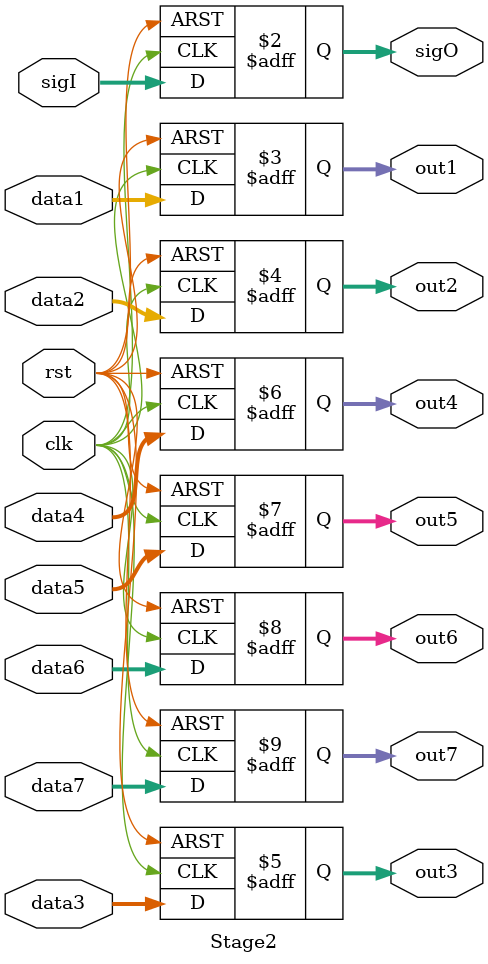
<source format=sv>
`timescale 1ns/1ns
module Stage2(clk, rst, sigI, data1, data2, data3, data4, data5, data6, data7, sigO, out1, out2, out3, out4, out5, out6, out7);
   input clk, rst;
   input[8:0] sigI;
   input[15:0] data1;
   input[31:0] data2, data3, data4;
   input[4:0] data5, data6, data7;
   output reg[8:0] sigO;
   output reg[15:0] out1;
   output reg[31:0] out2, out3, out4;
   output reg[4:0] out5, out6, out7;

   always@(posedge clk, posedge rst) begin
      if(rst) begin
         sigO <= 9'b0;
         out1 <= 16'b0;
         out2 <= 32'b0;
         out3 <= 32'b0;
         out4 <= 32'b0;
         out5 <= 5'b0;
         out6 <= 5'b0;
         out7 <= 5'b0;
      end
      else begin
         sigO <= sigI;
         out1 <= data1;
         out2 <= data2;
         out3 <= data3;
         out4 <= data4;
         out5 <= data5;
         out6 <= data6;
         out7 <= data7;
      end
   end
endmodule
</source>
